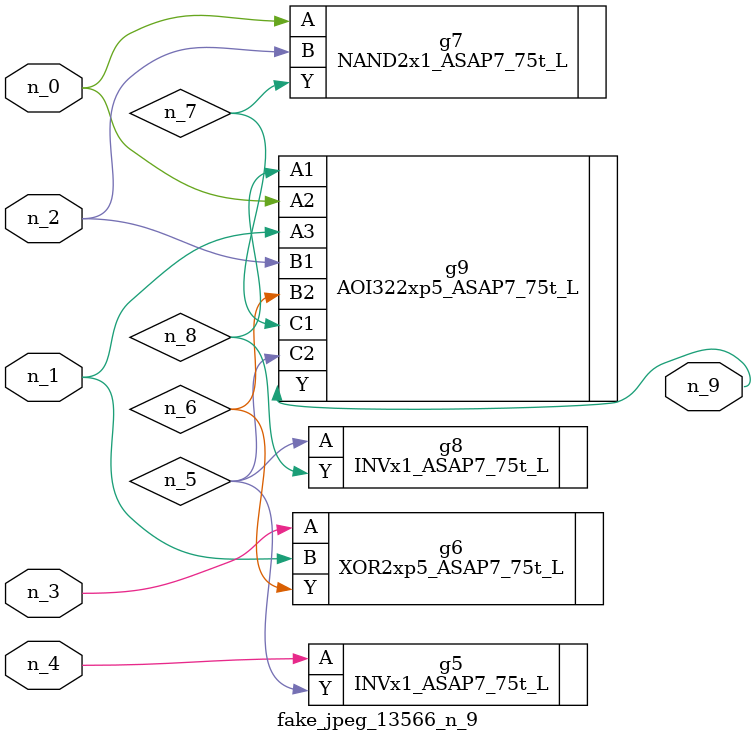
<source format=v>
module fake_jpeg_13566_n_9 (n_3, n_2, n_1, n_0, n_4, n_9);

input n_3;
input n_2;
input n_1;
input n_0;
input n_4;

output n_9;

wire n_8;
wire n_6;
wire n_5;
wire n_7;

INVx1_ASAP7_75t_L g5 ( 
.A(n_4),
.Y(n_5)
);

XOR2xp5_ASAP7_75t_L g6 ( 
.A(n_3),
.B(n_1),
.Y(n_6)
);

NAND2x1_ASAP7_75t_L g7 ( 
.A(n_0),
.B(n_2),
.Y(n_7)
);

INVx1_ASAP7_75t_L g8 ( 
.A(n_5),
.Y(n_8)
);

AOI322xp5_ASAP7_75t_L g9 ( 
.A1(n_8),
.A2(n_0),
.A3(n_1),
.B1(n_2),
.B2(n_6),
.C1(n_7),
.C2(n_5),
.Y(n_9)
);


endmodule
</source>
